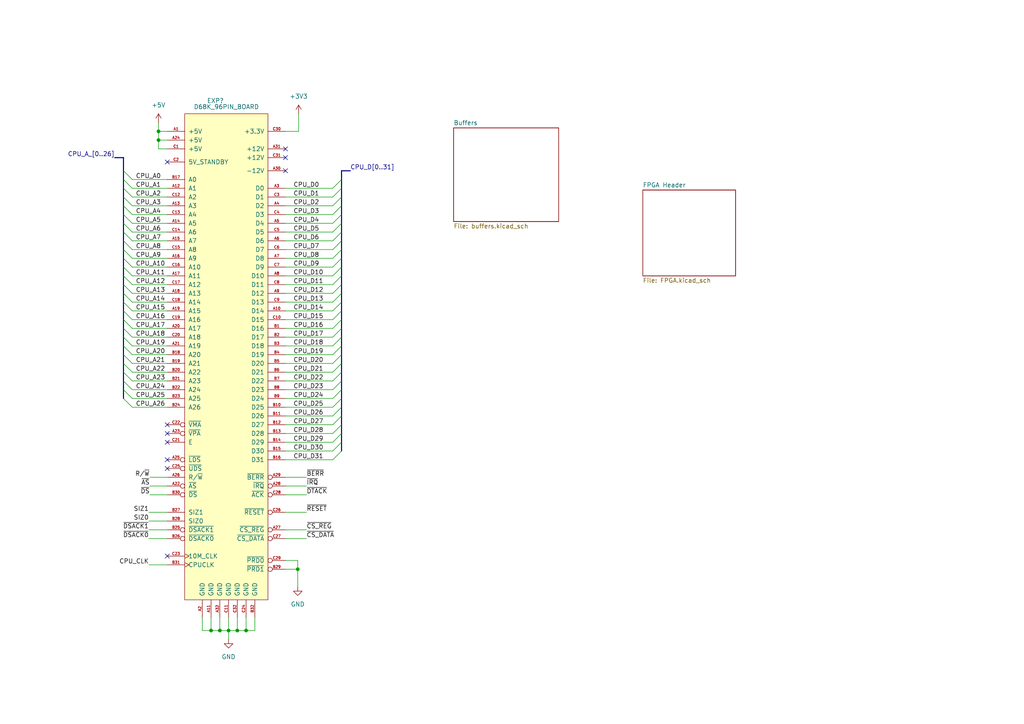
<source format=kicad_sch>
(kicad_sch (version 20211123) (generator eeschema)
  (paper "A4")
  (lib_symbols
    (symbol "Ddraig:D68K_96PIN_BOARD" (pin_names (offset 1.016))
      (property "Reference" "EXP" (at -3.81 68.58 0))
      (property "Value" "D68K_96PIN_BOARD" (at -2.54 66.04 0))
      (symbol "D68K_96PIN_BOARD_0_1"
        (rectangle (start -12.7 64.77) (end 11.43 -76.2) (fill (type background)))
      )
      (symbol "D68K_96PIN_BOARD_1_1"
        (pin power_in line (at -17.78 59.69 0) (length 5.08) (name "+5V") (number "A1"))
        (pin bidirectional line (at 16.51 7.62 180) (length 5.08) (name "D14") (number "A10"))
        (pin power_in line (at -5.08 -81.28 90) (length 5.08) (name "GND") (number "A11"))
        (pin output line (at -17.78 43.18 0) (length 5.08) (name "A1") (number "A12"))
        (pin output line (at -17.78 38.1 0) (length 5.08) (name "A3") (number "A13"))
        (pin output line (at -17.78 33.02 0) (length 5.08) (name "A5") (number "A14"))
        (pin output line (at -17.78 27.94 0) (length 5.08) (name "A7") (number "A15"))
        (pin output line (at -17.78 22.86 0) (length 5.08) (name "A9") (number "A16"))
        (pin output line (at -17.78 17.78 0) (length 5.08) (name "A11") (number "A17"))
        (pin output line (at -17.78 12.7 0) (length 5.08) (name "A13") (number "A18"))
        (pin output line (at -17.78 7.62 0) (length 5.08) (name "A15") (number "A19"))
        (pin power_in line (at -7.62 -81.28 90) (length 5.08) (name "GND") (number "A2"))
        (pin output line (at -17.78 2.54 0) (length 5.08) (name "A17") (number "A20"))
        (pin output line (at -17.78 -2.54 0) (length 5.08) (name "A19") (number "A21"))
        (pin output inverted (at -17.78 -43.18 0) (length 5.08) (name "~{AS}") (number "A22"))
        (pin tri_state inverted (at -17.78 -27.94 0) (length 5.08) (name "~{VPA}") (number "A23"))
        (pin power_in line (at -17.78 57.15 0) (length 5.08) (name "+5V") (number "A24"))
        (pin output inverted (at -17.78 -35.56 0) (length 5.08) (name "~{LDS}") (number "A25"))
        (pin output line (at -17.78 -40.64 0) (length 5.08) (name "R/~{W}") (number "A26"))
        (pin output inverted (at 16.51 -55.88 180) (length 5.08) (name "~{CS_REG}") (number "A27"))
        (pin tri_state inverted (at 16.51 -43.18 180) (length 5.08) (name "~{IRQ}") (number "A28"))
        (pin tri_state inverted (at 16.51 -40.64 180) (length 5.08) (name "~{BERR}") (number "A29"))
        (pin bidirectional line (at 16.51 43.18 180) (length 5.08) (name "D0") (number "A3"))
        (pin power_in line (at 16.51 48.26 180) (length 5.08) (name "-12V") (number "A30"))
        (pin power_in line (at 16.51 54.61 180) (length 5.08) (name "+12V") (number "A31"))
        (pin power_in line (at -2.54 -81.28 90) (length 5.08) (name "GND") (number "A32"))
        (pin bidirectional line (at 16.51 38.1 180) (length 5.08) (name "D2") (number "A4"))
        (pin bidirectional line (at 16.51 33.02 180) (length 5.08) (name "D4") (number "A5"))
        (pin bidirectional line (at 16.51 27.94 180) (length 5.08) (name "D6") (number "A6"))
        (pin bidirectional line (at 16.51 22.86 180) (length 5.08) (name "D8") (number "A7"))
        (pin bidirectional line (at 16.51 17.78 180) (length 5.08) (name "D10") (number "A8"))
        (pin bidirectional line (at 16.51 12.7 180) (length 5.08) (name "D12") (number "A9"))
        (pin bidirectional line (at 16.51 2.54 180) (length 5.08) (name "D16") (number "B1"))
        (pin bidirectional line (at 16.51 -20.32 180) (length 5.08) (name "D25") (number "B10"))
        (pin bidirectional line (at 16.51 -22.86 180) (length 5.08) (name "D26") (number "B11"))
        (pin bidirectional line (at 16.51 -25.4 180) (length 5.08) (name "D27") (number "B12"))
        (pin bidirectional line (at 16.51 -27.94 180) (length 5.08) (name "D28") (number "B13"))
        (pin bidirectional line (at 16.51 -30.48 180) (length 5.08) (name "D29") (number "B14"))
        (pin bidirectional line (at 16.51 -33.02 180) (length 5.08) (name "D30") (number "B15"))
        (pin bidirectional line (at 16.51 -35.56 180) (length 5.08) (name "D31") (number "B16"))
        (pin output line (at -17.78 45.72 0) (length 5.08) (name "A0") (number "B17"))
        (pin output line (at -17.78 -5.08 0) (length 5.08) (name "A20") (number "B18"))
        (pin output line (at -17.78 -7.62 0) (length 5.08) (name "A21") (number "B19"))
        (pin bidirectional line (at 16.51 0 180) (length 5.08) (name "D17") (number "B2"))
        (pin output line (at -17.78 -10.16 0) (length 5.08) (name "A22") (number "B20"))
        (pin output line (at -17.78 -12.7 0) (length 5.08) (name "A23") (number "B21"))
        (pin output line (at -17.78 -15.24 0) (length 5.08) (name "A24") (number "B22"))
        (pin output line (at -17.78 -17.78 0) (length 5.08) (name "A25") (number "B23"))
        (pin output line (at -17.78 -20.32 0) (length 5.08) (name "A26") (number "B24"))
        (pin input inverted (at -17.78 -55.88 0) (length 5.08) (name "~{DSACK1}") (number "B25"))
        (pin input inverted (at -17.78 -58.42 0) (length 5.08) (name "~{DSACK0}") (number "B26"))
        (pin output line (at -17.78 -50.8 0) (length 5.08) (name "SIZ1") (number "B27"))
        (pin output line (at -17.78 -53.34 0) (length 5.08) (name "SIZ0") (number "B28"))
        (pin input inverted (at 16.51 -67.31 180) (length 5.08) (name "~{PRD1}") (number "B29"))
        (pin bidirectional line (at 16.51 -2.54 180) (length 5.08) (name "D18") (number "B3"))
        (pin output inverted (at -17.78 -45.72 0) (length 5.08) (name "~{DS}") (number "B30"))
        (pin input clock (at -17.78 -66.04 0) (length 5.08) (name "CPUCLK") (number "B31"))
        (pin power_in line (at 7.62 -81.28 90) (length 5.08) (name "GND") (number "B32"))
        (pin bidirectional line (at 16.51 -5.08 180) (length 5.08) (name "D19") (number "B4"))
        (pin bidirectional line (at 16.51 -7.62 180) (length 5.08) (name "D20") (number "B5"))
        (pin bidirectional line (at 16.51 -10.16 180) (length 5.08) (name "D21") (number "B6"))
        (pin bidirectional line (at 16.51 -12.7 180) (length 5.08) (name "D22") (number "B7"))
        (pin bidirectional line (at 16.51 -15.24 180) (length 5.08) (name "D23") (number "B8"))
        (pin bidirectional line (at 16.51 -17.78 180) (length 5.08) (name "D24") (number "B9"))
        (pin power_in line (at -17.78 54.61 0) (length 5.08) (name "+5V") (number "C1"))
        (pin bidirectional line (at 16.51 5.08 180) (length 5.08) (name "D15") (number "C10"))
        (pin power_in line (at 0 -81.28 90) (length 5.08) (name "GND") (number "C11"))
        (pin output line (at -17.78 40.64 0) (length 5.08) (name "A2") (number "C12"))
        (pin output line (at -17.78 35.56 0) (length 5.08) (name "A4") (number "C13"))
        (pin output line (at -17.78 30.48 0) (length 5.08) (name "A6") (number "C14"))
        (pin output line (at -17.78 25.4 0) (length 5.08) (name "A8") (number "C15"))
        (pin output line (at -17.78 20.32 0) (length 5.08) (name "A10") (number "C16"))
        (pin output line (at -17.78 15.24 0) (length 5.08) (name "A12") (number "C17"))
        (pin output line (at -17.78 10.16 0) (length 5.08) (name "A14") (number "C18"))
        (pin output line (at -17.78 5.08 0) (length 5.08) (name "A16") (number "C19"))
        (pin power_in line (at -17.78 50.8 0) (length 5.08) (name "5V_STANDBY") (number "C2"))
        (pin output line (at -17.78 0 0) (length 5.08) (name "A18") (number "C20"))
        (pin output line (at -17.78 -30.48 0) (length 5.08) (name "E") (number "C21"))
        (pin unspecified inverted (at -17.78 -25.4 0) (length 5.08) (name "~{VMA}") (number "C22"))
        (pin output clock (at -17.78 -63.5 0) (length 5.08) (name "10M_CLK") (number "C23"))
        (pin power_in line (at 5.08 -81.28 90) (length 5.08) (name "GND") (number "C24"))
        (pin output inverted (at -17.78 -38.1 0) (length 5.08) (name "~{UDS}") (number "C25"))
        (pin output inverted (at 16.51 -50.8 180) (length 5.08) (name "~{RESET}") (number "C26"))
        (pin output inverted (at 16.51 -58.42 180) (length 5.08) (name "~{CS_DATA}") (number "C27"))
        (pin tri_state inverted (at 16.51 -45.72 180) (length 5.08) (name "~{ACK}") (number "C28"))
        (pin input inverted (at 16.51 -64.77 180) (length 5.08) (name "~{PRD0}") (number "C29"))
        (pin bidirectional line (at 16.51 40.64 180) (length 5.08) (name "D1") (number "C3"))
        (pin power_in line (at 16.51 59.69 180) (length 5.08) (name "+3.3V") (number "C30"))
        (pin power_in line (at 16.51 52.07 180) (length 5.08) (name "+12V") (number "C31"))
        (pin power_in line (at 2.54 -81.28 90) (length 5.08) (name "GND") (number "C32"))
        (pin bidirectional line (at 16.51 35.56 180) (length 5.08) (name "D3") (number "C4"))
        (pin bidirectional line (at 16.51 30.48 180) (length 5.08) (name "D5") (number "C5"))
        (pin bidirectional line (at 16.51 25.4 180) (length 5.08) (name "D7") (number "C6"))
        (pin bidirectional line (at 16.51 20.32 180) (length 5.08) (name "D9") (number "C7"))
        (pin bidirectional line (at 16.51 15.24 180) (length 5.08) (name "D11") (number "C8"))
        (pin bidirectional line (at 16.51 10.16 180) (length 5.08) (name "D13") (number "C9"))
      )
    )
    (symbol "power:+3.3V" (power) (pin_names (offset 0))
      (property "Value" "+3.3V" (at 0 3.556 0))
      (symbol "+3.3V_0_1"
        (polyline (pts (xy -0.762 1.27) (xy 0 2.54)))
        (polyline (pts (xy 0 0) (xy 0 2.54)))
        (polyline (pts (xy 0 2.54) (xy 0.762 1.27)))
      )
      (symbol "+3.3V_1_1"
        (pin power_in line (at 0 0 90) (length 0) hide (name "+3V3") (number "1"))
      )
    )
    (symbol "power:+5V" (power) (pin_names (offset 0))
      (property "Value" "+5V" (at 0 3.556 0))
      (symbol "+5V_0_1"
        (polyline (pts (xy -0.762 1.27) (xy 0 2.54)))
        (polyline (pts (xy 0 0) (xy 0 2.54)))
        (polyline (pts (xy 0 2.54) (xy 0.762 1.27)))
      )
      (symbol "+5V_1_1"
        (pin power_in line (at 0 0 90) (length 0) hide (name "+5V") (number "1"))
      )
    )
    (symbol "power:GND" (power) (pin_names (offset 0))
      (property "Value" "GND" (at 0 -3.81 0))
      (symbol "GND_0_1"
        (polyline (pts (xy 0 0) (xy 0 -1.27) (xy 1.27 -1.27) (xy 0 -2.54) (xy -1.27 -1.27) (xy 0 -1.27)))
      )
      (symbol "GND_1_1"
        (pin power_in line (at 0 0 270) (length 0) hide (name "GND") (number "1"))
      )
    )
  )
  (junction (at 61.214 182.88))
  (junction (at 66.294 182.88))
  (junction (at 71.374 182.88))
  (junction (at 68.834 182.88))
  (junction (at 45.974 38.1))
  (junction (at 86.36 165.1))
  (junction (at 45.974 40.64))
  (junction (at 63.754 182.88))
  (no_connect (at 48.514 123.19))
  (no_connect (at 82.804 43.18))
  (no_connect (at 82.804 49.53))
  (no_connect (at 82.804 45.72))
  (no_connect (at 48.514 46.99))
  (no_connect (at 48.514 133.35))
  (no_connect (at 48.514 135.89))
  (no_connect (at 48.514 125.73))
  (no_connect (at 48.514 128.27))
  (no_connect (at 48.514 161.29))
  (bus_entry (at 99.06 128.27) (size -2.54 2.54))
  (bus_entry (at 35.814 69.85) (size 2.54 2.54))
  (bus_entry (at 99.06 100.33) (size -2.54 2.54))
  (bus_entry (at 99.06 113.03) (size -2.54 2.54))
  (bus_entry (at 35.814 49.53) (size 2.54 2.54))
  (bus_entry (at 35.814 110.49) (size 2.54 2.54))
  (bus_entry (at 35.814 54.61) (size 2.54 2.54))
  (bus_entry (at 99.06 120.65) (size -2.54 2.54))
  (bus_entry (at 35.814 77.47) (size 2.54 2.54))
  (bus_entry (at 99.06 69.85) (size -2.54 2.54))
  (bus_entry (at 35.814 97.79) (size 2.54 2.54))
  (bus_entry (at 99.06 125.73) (size -2.54 2.54))
  (bus_entry (at 35.814 80.01) (size 2.54 2.54))
  (bus_entry (at 35.814 59.69) (size 2.54 2.54))
  (bus_entry (at 35.814 107.95) (size 2.54 2.54))
  (bus_entry (at 35.814 100.33) (size 2.54 2.54))
  (bus_entry (at 99.06 64.77) (size -2.54 2.54))
  (bus_entry (at 35.814 87.63) (size 2.54 2.54))
  (bus_entry (at 99.06 74.93) (size -2.54 2.54))
  (bus_entry (at 99.06 118.11) (size -2.54 2.54))
  (bus_entry (at 35.814 67.31) (size 2.54 2.54))
  (bus_entry (at 99.06 80.01) (size -2.54 2.54))
  (bus_entry (at 99.06 92.71) (size -2.54 2.54))
  (bus_entry (at 35.814 102.87) (size 2.54 2.54))
  (bus_entry (at 99.06 130.81) (size -2.54 2.54))
  (bus_entry (at 35.814 57.15) (size 2.54 2.54))
  (bus_entry (at 35.814 92.71) (size 2.54 2.54))
  (bus_entry (at 99.06 77.47) (size -2.54 2.54))
  (bus_entry (at 35.814 105.41) (size 2.54 2.54))
  (bus_entry (at 35.814 90.17) (size 2.54 2.54))
  (bus_entry (at 99.06 59.69) (size -2.54 2.54))
  (bus_entry (at 35.814 72.39) (size 2.54 2.54))
  (bus_entry (at 99.06 102.87) (size -2.54 2.54))
  (bus_entry (at 99.06 54.61) (size -2.54 2.54))
  (bus_entry (at 35.814 95.25) (size 2.54 2.54))
  (bus_entry (at 99.06 67.31) (size -2.54 2.54))
  (bus_entry (at 99.06 82.55) (size -2.54 2.54))
  (bus_entry (at 35.814 115.57) (size 2.54 2.54))
  (bus_entry (at 99.06 87.63) (size -2.54 2.54))
  (bus_entry (at 35.814 62.23) (size 2.54 2.54))
  (bus_entry (at 35.814 82.55) (size 2.54 2.54))
  (bus_entry (at 99.06 85.09) (size -2.54 2.54))
  (bus_entry (at 35.814 64.77) (size 2.54 2.54))
  (bus_entry (at 99.06 107.95) (size -2.54 2.54))
  (bus_entry (at 99.06 95.25) (size -2.54 2.54))
  (bus_entry (at 35.814 52.07) (size 2.54 2.54))
  (bus_entry (at 99.06 52.07) (size -2.54 2.54))
  (bus_entry (at 99.06 72.39) (size -2.54 2.54))
  (bus_entry (at 35.814 74.93) (size 2.54 2.54))
  (bus_entry (at 99.06 62.23) (size -2.54 2.54))
  (bus_entry (at 99.06 110.49) (size -2.54 2.54))
  (bus_entry (at 99.06 105.41) (size -2.54 2.54))
  (bus_entry (at 35.814 113.03) (size 2.54 2.54))
  (bus_entry (at 99.06 97.79) (size -2.54 2.54))
  (bus_entry (at 99.06 57.15) (size -2.54 2.54))
  (bus_entry (at 99.06 115.57) (size -2.54 2.54))
  (bus_entry (at 35.814 85.09) (size 2.54 2.54))
  (bus_entry (at 99.06 123.19) (size -2.54 2.54))
  (bus_entry (at 99.06 90.17) (size -2.54 2.54))
  (wire (pts (xy 82.804 102.87) (xy 96.52 102.87)))
  (bus (pts (xy 35.814 87.63) (xy 35.814 85.09)))
  (wire (pts (xy 82.804 85.09) (xy 96.52 85.09)))
  (wire (pts (xy 82.804 125.73) (xy 96.52 125.73)))
  (bus (pts (xy 35.814 80.01) (xy 35.814 77.47)))
  (wire (pts (xy 38.354 85.09) (xy 48.514 85.09)))
  (bus (pts (xy 99.06 85.09) (xy 99.06 82.55)))
  (wire (pts (xy 82.804 67.31) (xy 96.52 67.31)))
  (bus (pts (xy 99.06 118.11) (xy 99.06 115.57)))
  (bus (pts (xy 99.06 87.63) (xy 99.06 85.09)))
  (bus (pts (xy 33.274 45.72) (xy 35.814 45.72)))
  (wire (pts (xy 38.354 87.63) (xy 48.514 87.63)))
  (bus (pts (xy 35.814 77.47) (xy 35.814 74.93)))
  (wire (pts (xy 38.354 69.85) (xy 48.514 69.85)))
  (bus (pts (xy 99.06 125.73) (xy 99.06 123.19)))
  (bus (pts (xy 35.814 67.31) (xy 35.814 64.77)))
  (bus (pts (xy 35.814 113.03) (xy 35.814 110.49)))
  (bus (pts (xy 99.06 90.17) (xy 99.06 87.63)))
  (wire (pts (xy 45.974 38.1) (xy 45.974 40.64)))
  (wire (pts (xy 86.36 170.18) (xy 86.36 165.1)))
  (bus (pts (xy 35.814 85.09) (xy 35.814 82.55)))
  (bus (pts (xy 35.814 59.69) (xy 35.814 57.15)))
  (bus (pts (xy 35.814 49.53) (xy 35.814 45.72)))
  (wire (pts (xy 38.354 115.57) (xy 48.514 115.57)))
  (bus (pts (xy 35.814 97.79) (xy 35.814 95.25)))
  (bus (pts (xy 35.814 95.25) (xy 35.814 92.71)))
  (bus (pts (xy 35.814 74.93) (xy 35.814 72.39)))
  (bus (pts (xy 99.06 69.85) (xy 99.06 67.31)))
  (bus (pts (xy 99.06 57.15) (xy 99.06 54.61)))
  (wire (pts (xy 45.974 40.64) (xy 48.514 40.64)))
  (wire (pts (xy 82.804 143.51) (xy 88.9 143.51)))
  (bus (pts (xy 35.814 52.07) (xy 35.814 49.53)))
  (wire (pts (xy 43.434 138.43) (xy 48.514 138.43)))
  (wire (pts (xy 82.804 105.41) (xy 96.52 105.41)))
  (wire (pts (xy 38.354 62.23) (xy 48.514 62.23)))
  (wire (pts (xy 38.354 72.39) (xy 48.514 72.39)))
  (bus (pts (xy 99.06 97.79) (xy 99.06 95.25)))
  (wire (pts (xy 38.354 107.95) (xy 48.514 107.95)))
  (wire (pts (xy 38.354 102.87) (xy 48.514 102.87)))
  (wire (pts (xy 82.804 110.49) (xy 96.52 110.49)))
  (wire (pts (xy 43.434 140.97) (xy 48.514 140.97)))
  (wire (pts (xy 38.354 54.61) (xy 48.514 54.61)))
  (wire (pts (xy 43.18 163.83) (xy 48.514 163.83)))
  (wire (pts (xy 38.354 67.31) (xy 48.514 67.31)))
  (wire (pts (xy 82.804 133.35) (xy 96.52 133.35)))
  (wire (pts (xy 38.354 64.77) (xy 48.514 64.77)))
  (wire (pts (xy 38.354 74.93) (xy 48.514 74.93)))
  (wire (pts (xy 82.804 138.43) (xy 88.9 138.43)))
  (wire (pts (xy 68.834 179.07) (xy 68.834 182.88)))
  (bus (pts (xy 99.06 102.87) (xy 99.06 100.33)))
  (wire (pts (xy 43.18 148.59) (xy 48.514 148.59)))
  (wire (pts (xy 38.354 82.55) (xy 48.514 82.55)))
  (bus (pts (xy 99.06 74.93) (xy 99.06 72.39)))
  (wire (pts (xy 82.804 57.15) (xy 96.52 57.15)))
  (bus (pts (xy 99.06 115.57) (xy 99.06 113.03)))
  (bus (pts (xy 99.06 113.03) (xy 99.06 110.49)))
  (wire (pts (xy 43.18 151.13) (xy 48.514 151.13)))
  (wire (pts (xy 38.354 59.69) (xy 48.514 59.69)))
  (wire (pts (xy 73.914 182.88) (xy 73.914 179.07)))
  (wire (pts (xy 82.804 38.1) (xy 86.614 38.1)))
  (wire (pts (xy 82.804 115.57) (xy 96.52 115.57)))
  (bus (pts (xy 99.06 107.95) (xy 99.06 105.41)))
  (wire (pts (xy 38.354 57.15) (xy 48.514 57.15)))
  (wire (pts (xy 71.374 179.07) (xy 71.374 182.88)))
  (wire (pts (xy 63.754 179.07) (xy 63.754 182.88)))
  (wire (pts (xy 61.214 182.88) (xy 63.754 182.88)))
  (bus (pts (xy 35.814 102.87) (xy 35.814 100.33)))
  (wire (pts (xy 43.18 156.21) (xy 48.514 156.21)))
  (wire (pts (xy 82.804 95.25) (xy 96.52 95.25)))
  (wire (pts (xy 82.804 74.93) (xy 96.52 74.93)))
  (bus (pts (xy 99.06 80.01) (xy 99.06 77.47)))
  (wire (pts (xy 82.804 54.61) (xy 96.52 54.61)))
  (wire (pts (xy 66.294 182.88) (xy 66.294 185.42)))
  (wire (pts (xy 66.294 182.88) (xy 68.834 182.88)))
  (wire (pts (xy 82.804 120.65) (xy 96.52 120.65)))
  (wire (pts (xy 82.804 148.59) (xy 88.9 148.59)))
  (wire (pts (xy 68.834 182.88) (xy 71.374 182.88)))
  (wire (pts (xy 45.974 38.1) (xy 48.514 38.1)))
  (bus (pts (xy 99.06 62.23) (xy 99.06 59.69)))
  (bus (pts (xy 99.06 67.31) (xy 99.06 64.77)))
  (bus (pts (xy 35.814 62.23) (xy 35.814 59.69)))
  (wire (pts (xy 38.354 118.11) (xy 48.514 118.11)))
  (bus (pts (xy 35.814 107.95) (xy 35.814 105.41)))
  (wire (pts (xy 82.804 113.03) (xy 96.52 113.03)))
  (wire (pts (xy 82.804 100.33) (xy 96.52 100.33)))
  (wire (pts (xy 82.804 128.27) (xy 96.52 128.27)))
  (bus (pts (xy 35.814 54.61) (xy 35.814 52.07)))
  (wire (pts (xy 38.354 100.33) (xy 48.514 100.33)))
  (wire (pts (xy 38.354 77.47) (xy 48.514 77.47)))
  (wire (pts (xy 66.294 179.07) (xy 66.294 182.88)))
  (wire (pts (xy 82.804 165.1) (xy 86.36 165.1)))
  (wire (pts (xy 58.674 179.07) (xy 58.674 182.88)))
  (wire (pts (xy 61.214 179.07) (xy 61.214 182.88)))
  (bus (pts (xy 35.814 92.71) (xy 35.814 90.17)))
  (wire (pts (xy 82.804 118.11) (xy 96.52 118.11)))
  (bus (pts (xy 99.06 105.41) (xy 99.06 102.87)))
  (wire (pts (xy 45.974 35.56) (xy 45.974 38.1)))
  (wire (pts (xy 38.354 80.01) (xy 48.514 80.01)))
  (bus (pts (xy 99.06 72.39) (xy 99.06 69.85)))
  (bus (pts (xy 99.06 59.69) (xy 99.06 57.15)))
  (bus (pts (xy 99.06 64.77) (xy 99.06 62.23)))
  (wire (pts (xy 82.804 87.63) (xy 96.52 87.63)))
  (wire (pts (xy 45.974 40.64) (xy 45.974 43.18)))
  (bus (pts (xy 99.06 95.25) (xy 99.06 92.71)))
  (wire (pts (xy 38.354 105.41) (xy 48.514 105.41)))
  (bus (pts (xy 35.814 82.55) (xy 35.814 80.01)))
  (wire (pts (xy 71.374 182.88) (xy 73.914 182.88)))
  (bus (pts (xy 99.06 110.49) (xy 99.06 107.95)))
  (bus (pts (xy 99.06 77.47) (xy 99.06 74.93)))
  (wire (pts (xy 38.354 95.25) (xy 48.514 95.25)))
  (wire (pts (xy 82.804 82.55) (xy 96.52 82.55)))
  (wire (pts (xy 58.674 182.88) (xy 61.214 182.88)))
  (wire (pts (xy 43.18 153.67) (xy 48.514 153.67)))
  (wire (pts (xy 45.974 43.18) (xy 48.514 43.18)))
  (wire (pts (xy 82.804 64.77) (xy 96.52 64.77)))
  (wire (pts (xy 82.804 92.71) (xy 96.52 92.71)))
  (wire (pts (xy 82.804 72.39) (xy 96.52 72.39)))
  (bus (pts (xy 99.06 130.81) (xy 99.06 128.27)))
  (bus (pts (xy 35.814 64.77) (xy 35.814 62.23)))
  (wire (pts (xy 86.614 38.1) (xy 86.614 33.02)))
  (bus (pts (xy 99.06 52.07) (xy 99.06 49.53)))
  (bus (pts (xy 35.814 115.57) (xy 35.814 113.03)))
  (wire (pts (xy 38.354 97.79) (xy 48.514 97.79)))
  (bus (pts (xy 99.06 92.71) (xy 99.06 90.17)))
  (wire (pts (xy 82.804 59.69) (xy 96.52 59.69)))
  (wire (pts (xy 82.804 90.17) (xy 96.52 90.17)))
  (bus (pts (xy 35.814 100.33) (xy 35.814 97.79)))
  (wire (pts (xy 82.804 107.95) (xy 96.52 107.95)))
  (bus (pts (xy 99.06 82.55) (xy 99.06 80.01)))
  (wire (pts (xy 43.434 143.51) (xy 48.514 143.51)))
  (wire (pts (xy 38.354 90.17) (xy 48.514 90.17)))
  (bus (pts (xy 35.814 57.15) (xy 35.814 54.61)))
  (wire (pts (xy 82.804 156.21) (xy 88.9 156.21)))
  (wire (pts (xy 82.804 69.85) (xy 96.52 69.85)))
  (bus (pts (xy 99.06 100.33) (xy 99.06 97.79)))
  (wire (pts (xy 82.804 130.81) (xy 96.52 130.81)))
  (bus (pts (xy 99.06 54.61) (xy 99.06 52.07)))
  (wire (pts (xy 82.804 80.01) (xy 96.52 80.01)))
  (wire (pts (xy 82.804 140.97) (xy 88.9 140.97)))
  (bus (pts (xy 35.814 72.39) (xy 35.814 69.85)))
  (bus (pts (xy 35.814 110.49) (xy 35.814 107.95)))
  (wire (pts (xy 82.804 123.19) (xy 96.52 123.19)))
  (bus (pts (xy 99.06 123.19) (xy 99.06 120.65)))
  (bus (pts (xy 35.814 69.85) (xy 35.814 67.31)))
  (wire (pts (xy 63.754 182.88) (xy 66.294 182.88)))
  (wire (pts (xy 86.36 165.1) (xy 86.36 162.56)))
  (wire (pts (xy 82.804 153.67) (xy 88.9 153.67)))
  (wire (pts (xy 38.354 52.07) (xy 48.514 52.07)))
  (wire (pts (xy 82.804 97.79) (xy 96.52 97.79)))
  (wire (pts (xy 86.36 162.56) (xy 82.804 162.56)))
  (wire (pts (xy 82.804 77.47) (xy 96.52 77.47)))
  (bus (pts (xy 99.06 49.53) (xy 101.6 49.53)))
  (bus (pts (xy 35.814 90.17) (xy 35.814 87.63)))
  (bus (pts (xy 35.814 105.41) (xy 35.814 102.87)))
  (bus (pts (xy 99.06 120.65) (xy 99.06 118.11)))
  (wire (pts (xy 38.354 110.49) (xy 48.514 110.49)))
  (bus (pts (xy 99.06 128.27) (xy 99.06 125.73)))
  (wire (pts (xy 38.354 92.71) (xy 48.514 92.71)))
  (wire (pts (xy 82.804 62.23) (xy 96.52 62.23)))
  (wire (pts (xy 38.354 113.03) (xy 48.514 113.03)))
  (label "CPU_D18" (at 85.09 100.33 0))
  (label "CPU_A3" (at 39.37 59.69 0))
  (label "~{DTACK}" (at 88.9 143.51 0))
  (label "CPU_A21" (at 39.37 105.41 0))
  (label "SIZ1" (at 43.18 148.59 180))
  (label "CPU_D17" (at 85.09 97.79 0))
  (label "CPU_A8" (at 39.37 72.39 0))
  (label "SIZ0" (at 43.18 151.13 180))
  (label "CPU_A13" (at 39.37 85.09 0))
  (label "CPU_D13" (at 85.09 87.63 0))
  (label "~{BERR}" (at 88.9 138.43 0))
  (label "CPU_A14" (at 39.37 87.63 0))
  (label "CPU_A5" (at 39.37 64.77 0))
  (label "CPU_D5" (at 85.09 67.31 0))
  (label "CPU_A24" (at 39.37 113.03 0))
  (label "CPU_A0" (at 39.37 52.07 0))
  (label "CPU_A10" (at 39.37 77.47 0))
  (label "CPU_D2" (at 85.09 59.69 0))
  (label "CPU_A18" (at 39.37 97.79 0))
  (label "CPU_D12" (at 85.09 85.09 0))
  (label "CPU_D30" (at 85.09 130.81 0))
  (label "~{DSACK0}" (at 43.18 156.21 180))
  (label "CPU_D29" (at 85.09 128.27 0))
  (label "CPU_D11" (at 85.09 82.55 0))
  (label "CPU_A_[0..26]" (at 33.274 45.72 180))
  (label "CPU_D20" (at 85.09 105.41 0))
  (label "~{AS}" (at 43.434 140.97 180))
  (label "CPU_D28" (at 85.09 125.73 0))
  (label "~{DS}" (at 43.434 143.51 180))
  (label "CPU_D9" (at 85.09 77.47 0))
  (label "CPU_D24" (at 85.09 115.57 0))
  (label "CPU_D3" (at 85.09 62.23 0))
  (label "CPU_D4" (at 85.09 64.77 0))
  (label "CPU_D8" (at 85.09 74.93 0))
  (label "CPU_A20" (at 39.37 102.87 0))
  (label "CPU_A1" (at 39.37 54.61 0))
  (label "CPU_A16" (at 39.37 92.71 0))
  (label "~{CS_REG}" (at 88.9 153.67 0))
  (label "CPU_D31" (at 85.09 133.35 0))
  (label "CPU_A4" (at 39.37 62.23 0))
  (label "CPU_A6" (at 39.37 67.31 0))
  (label "CPU_D26" (at 85.09 120.65 0))
  (label "CPU_D15" (at 85.09 92.71 0))
  (label "~{RESET}" (at 88.9 148.59 0))
  (label "CPU_D10" (at 85.09 80.01 0))
  (label "CPU_D27" (at 85.09 123.19 0))
  (label "CPU_A2" (at 39.37 57.15 0))
  (label "CPU_D[0..31]" (at 101.6 49.53 0))
  (label "R{slash}~{W}" (at 43.434 138.43 180))
  (label "CPU_A15" (at 39.37 90.17 0))
  (label "CPU_A19" (at 39.37 100.33 0))
  (label "~{IRQ}" (at 88.9 140.97 0))
  (label "CPU_A22" (at 39.37 107.95 0))
  (label "CPU_A26" (at 39.37 118.11 0))
  (label "CPU_D22" (at 85.09 110.49 0))
  (label "CPU_A11" (at 39.37 80.01 0))
  (label "CPU_D23" (at 85.09 113.03 0))
  (label "CPU_CLK" (at 43.18 163.83 180))
  (label "CPU_D14" (at 85.09 90.17 0))
  (label "~{DSACK1}" (at 43.18 153.67 180))
  (label "CPU_A9" (at 39.37 74.93 0))
  (label "CPU_D7" (at 85.09 72.39 0))
  (label "CPU_D6" (at 85.09 69.85 0))
  (label "CPU_D19" (at 85.09 102.87 0))
  (label "CPU_A17" (at 39.37 95.25 0))
  (label "CPU_A23" (at 39.37 110.49 0))
  (label "~{CS_DATA}" (at 88.9 156.21 0))
  (label "CPU_A7" (at 39.37 69.85 0))
  (label "CPU_D16" (at 85.09 95.25 0))
  (label "CPU_A12" (at 39.37 82.55 0))
  (label "CPU_D0" (at 85.09 54.61 0))
  (label "CPU_D25" (at 85.09 118.11 0))
  (label "CPU_A25" (at 39.37 115.57 0))
  (label "CPU_D1" (at 85.09 57.15 0))
  (label "CPU_D21" (at 85.09 107.95 0))
  (symbol (lib_id "power:GND") (at 66.294 185.42 0) (unit 1)
    (property "Reference" "#PWR?" (effects hide))
    (property "Value" "GND" (at 66.294 190.5 0))
  )
  (symbol (lib_id "power:+3.3V") (at 86.614 33.02 0) (unit 1)
    (property "Reference" "#PWR?" (effects hide))
    (property "Value" "+3.3V" (at 86.614 27.94 0))
  )
  (symbol (lib_id "power:GND") (at 86.36 170.18 0) (unit 1)
    (property "Reference" "#PWR?" (effects hide))
    (property "Value" "GND" (at 86.36 175.26 0))
  )
  (symbol (lib_id "Ddraig:D68K_96PIN_BOARD") (at 66.294 97.79 0) (unit 1)
    (property "Reference" "EXP?" (at 62.484 29.21 0))
    (property "Value" "D68K_96PIN_BOARD" (at 65.659 30.988 0))
    (property "Footprint" "Ddraig:DIN41612_C_3x32_Female_Vertical_THT" (effects hide))
  )
  (symbol (lib_id "power:+5V") (at 45.974 35.56 0) (unit 1)
    (property "Reference" "#PWR?" (effects hide))
    (property "Value" "+5V" (at 45.974 30.48 0))
  )
  (sheet (at 186.436 55.118) (size 26.924 24.892) (stroke (width 0.1524))
    (property "Sheet name" "FPGA Header" (at 186.436 54.4064 0) (effects (justify left bottom)))
    (property "Sheet file" "FPGA.kicad_sch" (at 186.436 80.5946 0) (effects (justify left top)))
  )
  (sheet (at 131.572 37.084) (size 30.48 27.178) (stroke (width 0.1524))
    (property "Sheet name" "Buffers" (at 131.572 36.3724 0) (effects (justify left bottom)))
    (property "Sheet file" "buffers.kicad_sch" (at 131.572 64.8466 0) (effects (justify left top)))
  )
)
</source>
